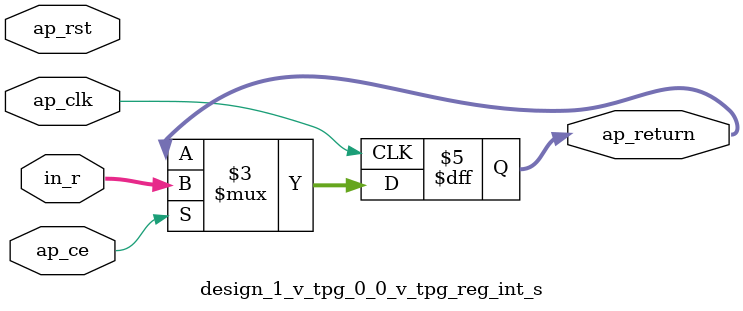
<source format=v>

`timescale 1 ns / 1 ps 

module design_1_v_tpg_0_0_v_tpg_reg_int_s (
        ap_clk,
        ap_rst,
        in_r,
        ap_return,
        ap_ce
);

parameter    ap_const_logic_1 = 1'b1;
parameter    ap_const_logic_0 = 1'b0;

input   ap_clk;
input   ap_rst;
input  [30:0] in_r;
output  [30:0] ap_return;
input   ap_ce;

reg[30:0] ap_return;




always @ (posedge ap_clk) begin
    if ((ap_const_logic_1 == ap_ce)) begin
        ap_return <= in_r;
    end
end


endmodule //design_1_v_tpg_0_0_v_tpg_reg_int_s


</source>
